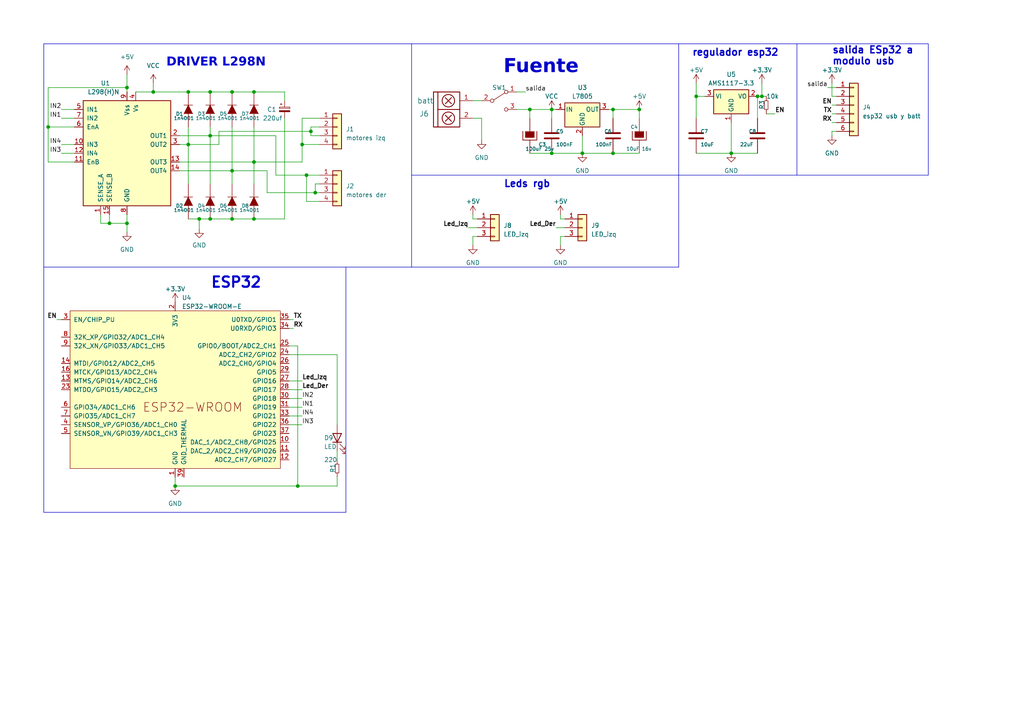
<source format=kicad_sch>
(kicad_sch (version 20230121) (generator eeschema)
  (paper "A4")
  (lib_symbols
    (symbol "+5V_1" (power) (pin_names (offset 0))
      (property "Value" "+5V_1" (at 0 3.556 0))
      (symbol "+5V_1_0_1"
        (polyline (pts (xy -0.762 1.27) (xy 0 2.54)))
        (polyline (pts (xy 0 0) (xy 0 2.54)))
        (polyline (pts (xy 0 2.54) (xy 0.762 1.27)))
      )
      (symbol "+5V_1_1_1"
        (pin power_in line (at 0 0 90) (length 0) hide (name "+5V") (number "1"))
      )
    )
    (symbol "+5V_2" (power) (pin_names (offset 0))
      (property "Value" "+5V_2" (at 0 3.556 0))
      (symbol "+5V_2_0_1"
        (polyline (pts (xy -0.762 1.27) (xy 0 2.54)))
        (polyline (pts (xy 0 0) (xy 0 2.54)))
        (polyline (pts (xy 0 2.54) (xy 0.762 1.27)))
      )
      (symbol "+5V_2_1_1"
        (pin power_in line (at 0 0 90) (length 0) hide (name "+5V") (number "1"))
      )
    )
    (symbol "Connector_Generic:Conn_01x03" (pin_names (offset 1.016) hide)
      (property "Reference" "J" (at 0 5.08 0))
      (property "Value" "Conn_01x03" (at 0 -5.08 0))
      (symbol "Conn_01x03_1_1"
        (rectangle (start -1.27 -2.413) (end 0 -2.667) (stroke (width 0.1524)))
        (rectangle (start -1.27 0.127) (end 0 -0.127) (stroke (width 0.1524)))
        (rectangle (start -1.27 2.667) (end 0 2.413) (stroke (width 0.1524)))
        (rectangle (start -1.27 3.81) (end 1.27 -3.81) (stroke (width 0.254)) (fill (type background)))
        (pin passive line (at -5.08 2.54 0) (length 3.81) (name "Pin_1") (number "1"))
        (pin passive line (at -5.08 0 0) (length 3.81) (name "Pin_2") (number "2"))
        (pin passive line (at -5.08 -2.54 0) (length 3.81) (name "Pin_3") (number "3"))
      )
    )
    (symbol "Connector_Generic:Conn_01x04" (pin_names (offset 1.016) hide)
      (property "Reference" "J" (at 0 5.08 0))
      (property "Value" "Conn_01x04" (at 0 -7.62 0))
      (symbol "Conn_01x04_1_1"
        (rectangle (start -1.27 -4.953) (end 0 -5.207) (stroke (width 0.1524)))
        (rectangle (start -1.27 -2.413) (end 0 -2.667) (stroke (width 0.1524)))
        (rectangle (start -1.27 0.127) (end 0 -0.127) (stroke (width 0.1524)))
        (rectangle (start -1.27 2.667) (end 0 2.413) (stroke (width 0.1524)))
        (rectangle (start -1.27 3.81) (end 1.27 -6.35) (stroke (width 0.254)) (fill (type background)))
        (pin passive line (at -5.08 2.54 0) (length 3.81) (name "Pin_1") (number "1"))
        (pin passive line (at -5.08 0 0) (length 3.81) (name "Pin_2") (number "2"))
        (pin passive line (at -5.08 -2.54 0) (length 3.81) (name "Pin_3") (number "3"))
        (pin passive line (at -5.08 -5.08 0) (length 3.81) (name "Pin_4") (number "4"))
      )
    )
    (symbol "Connector_Generic:Conn_01x06" (pin_names (offset 1.016) hide)
      (property "Reference" "J" (at 0 7.62 0))
      (property "Value" "Conn_01x06" (at 0 -10.16 0))
      (symbol "Conn_01x06_1_1"
        (rectangle (start -1.27 -7.493) (end 0 -7.747) (stroke (width 0.1524)))
        (rectangle (start -1.27 -4.953) (end 0 -5.207) (stroke (width 0.1524)))
        (rectangle (start -1.27 -2.413) (end 0 -2.667) (stroke (width 0.1524)))
        (rectangle (start -1.27 0.127) (end 0 -0.127) (stroke (width 0.1524)))
        (rectangle (start -1.27 2.667) (end 0 2.413) (stroke (width 0.1524)))
        (rectangle (start -1.27 5.207) (end 0 4.953) (stroke (width 0.1524)))
        (rectangle (start -1.27 6.35) (end 1.27 -8.89) (stroke (width 0.254)) (fill (type background)))
        (pin passive line (at -5.08 5.08 0) (length 3.81) (name "Pin_1") (number "1"))
        (pin passive line (at -5.08 2.54 0) (length 3.81) (name "Pin_2") (number "2"))
        (pin passive line (at -5.08 0 0) (length 3.81) (name "Pin_3") (number "3"))
        (pin passive line (at -5.08 -2.54 0) (length 3.81) (name "Pin_4") (number "4"))
        (pin passive line (at -5.08 -5.08 0) (length 3.81) (name "Pin_5") (number "5"))
        (pin passive line (at -5.08 -7.62 0) (length 3.81) (name "Pin_6") (number "6"))
      )
    )
    (symbol "Device:LED" (pin_numbers hide) (pin_names (offset 1.016) hide)
      (property "Reference" "D" (at 0 2.54 0))
      (property "Value" "LED" (at 0 -2.54 0))
      (symbol "LED_0_1"
        (polyline (pts (xy -1.27 -1.27) (xy -1.27 1.27)) (stroke (width 0.254)))
        (polyline (pts (xy -1.27 0) (xy 1.27 0)))
        (polyline (pts (xy 1.27 -1.27) (xy 1.27 1.27) (xy -1.27 0) (xy 1.27 -1.27)) (stroke (width 0.254)))
        (polyline (pts (xy -3.048 -0.762) (xy -4.572 -2.286) (xy -3.81 -2.286) (xy -4.572 -2.286) (xy -4.572 -1.524)))
        (polyline (pts (xy -1.778 -0.762) (xy -3.302 -2.286) (xy -2.54 -2.286) (xy -3.302 -2.286) (xy -3.302 -1.524)))
      )
      (symbol "LED_1_1"
        (pin passive line (at -3.81 0 0) (length 2.54) (name "K") (number "1"))
        (pin passive line (at 3.81 0 180) (length 2.54) (name "A") (number "2"))
      )
    )
    (symbol "EESTN5:C" (pin_numbers hide) (pin_names (offset 0.254))
      (property "Reference" "C" (at 0 2.54 0))
      (property "Value" "C" (at 0.1524 -2.159 0))
      (symbol "C_0_1"
        (polyline (pts (xy -2.032 -0.762) (xy 2.032 -0.762)) (stroke (width 0.508)))
        (polyline (pts (xy -2.032 0.762) (xy 2.032 0.762)) (stroke (width 0.508)))
      )
      (symbol "C_1_1"
        (pin passive line (at 0 5.08 270) (length 4.318) (name "~") (number "1"))
        (pin passive line (at 0 -5.08 90) (length 4.318) (name "~") (number "2"))
      )
    )
    (symbol "EESTN5:CAPAPOL" (pin_numbers hide) (pin_names (offset 0.254) hide)
      (property "Reference" "C" (at 1.27 2.54 0))
      (property "Value" "CAPAPOL" (at 1.27 -2.54 0))
      (symbol "CAPAPOL_0_1"
        (polyline (pts (xy -2.032 1.27) (xy -2.032 -1.27) (xy 2.032 -1.27) (xy 2.032 1.27)) (stroke (width 0.2032)))
        (polyline (pts (xy -1.27 1.27) (xy -1.27 -0.508) (xy 1.27 -0.508) (xy 1.27 1.27)) (fill (type outline)))
      )
      (symbol "CAPAPOL_1_1"
        (pin passive line (at 0 5.08 270) (length 3.81) (name "~") (number "1"))
        (pin passive line (at 0 -5.08 90) (length 3.81) (name "~") (number "2"))
      )
    )
    (symbol "EESTN5:DIODE" (pin_numbers hide) (pin_names (offset 1.016) hide)
      (property "Reference" "D" (at 0 2.54 0))
      (property "Value" "DIODE" (at 0 -2.54 0))
      (symbol "DIODE_0_1"
        (polyline (pts (xy 1.27 1.27) (xy 1.27 -1.27)) (stroke (width 0.1524)))
        (polyline (pts (xy -1.27 1.27) (xy 1.27 0) (xy -1.27 -1.27)) (fill (type outline)))
      )
      (symbol "DIODE_1_1"
        (pin passive line (at -5.08 0 0) (length 3.81) (name "A") (number "1"))
        (pin passive line (at 5.08 0 180) (length 3.81) (name "K") (number "2"))
      )
    )
    (symbol "EESTN5:L298(H)N" (pin_names (offset 1.016))
      (property "Reference" "U" (at -1.905 18.415 0))
      (property "Value" "L298(H)N" (at -1.905 16.51 0))
      (symbol "L298(H)N_0_1"
        (rectangle (start -12.7 15.24) (end 12.7 -15.24) (stroke (width 0.254)) (fill (type background)))
      )
      (symbol "L298(H)N_1_1"
        (pin power_in line (at -7.62 -17.78 90) (length 2.54) (name "SENSE_A") (number "1"))
        (pin input line (at -15.24 2.54 0) (length 2.54) (name "IN3") (number "10"))
        (pin input line (at -15.24 -2.54 0) (length 2.54) (name "EnB") (number "11"))
        (pin input line (at -15.24 0 0) (length 2.54) (name "IN4") (number "12"))
        (pin output line (at 15.24 -2.54 180) (length 2.54) (name "OUT3") (number "13"))
        (pin output line (at 15.24 -5.08 180) (length 2.54) (name "OUT4") (number "14"))
        (pin power_in line (at -5.08 -17.78 90) (length 2.54) (name "SENSE_B") (number "15"))
        (pin output line (at 15.24 5.08 180) (length 2.54) (name "OUT1") (number "2"))
        (pin output line (at 15.24 2.54 180) (length 2.54) (name "OUT2") (number "3"))
        (pin power_in line (at 2.54 17.78 270) (length 2.54) (name "Vs") (number "4"))
        (pin input line (at -15.24 12.7 0) (length 2.54) (name "IN1") (number "5"))
        (pin input line (at -15.24 7.62 0) (length 2.54) (name "EnA") (number "6"))
        (pin input line (at -15.24 10.16 0) (length 2.54) (name "IN2") (number "7"))
        (pin power_in line (at 0 -17.78 90) (length 2.54) (name "GND") (number "8"))
        (pin power_in line (at 0 17.78 270) (length 2.54) (name "Vss") (number "9"))
      )
    )
    (symbol "EESTN5:R" (pin_numbers hide) (pin_names (offset 0))
      (property "Reference" "R" (at -1.27 0 90))
      (property "Value" "R" (at 1.27 0 90))
      (symbol "R_0_1"
        (rectangle (start 0.508 1.27) (end -0.508 -1.27))
      )
      (symbol "R_1_1"
        (pin passive line (at 0 2.54 270) (length 1.27) (name "~") (number "1"))
        (pin passive line (at 0 -2.54 90) (length 1.27) (name "~") (number "2"))
      )
    )
    (symbol "EESTN5:SW_SPDT" (pin_names (offset 0) hide)
      (property "Reference" "SW" (at 0 4.318 0))
      (symbol "SW_SPDT_0_0"
        (circle (center -2.032 0) (radius 0.508))
        (circle (center 2.032 -2.54) (radius 0.508))
      )
      (symbol "SW_SPDT_0_1"
        (polyline (pts (xy -1.524 0.254) (xy 1.651 2.286)))
        (circle (center 2.032 2.54) (radius 0.508))
      )
      (symbol "SW_SPDT_1_1"
        (pin passive line (at 5.08 2.54 180) (length 2.54) (name "A") (number "1"))
        (pin passive line (at -5.08 0 0) (length 2.54) (name "B") (number "2"))
        (pin passive line (at 5.08 -2.54 180) (length 2.54) (name "C") (number "3"))
      )
    )
    (symbol "EESTN5:TB_1X2" (pin_names (offset 1.016))
      (property "Reference" "J" (at 0 7.62 0))
      (property "Value" "TB_1X2" (at 1.27 -7.62 0))
      (symbol "TB_1X2_0_1"
        (rectangle (start -2.54 5.08) (end 5.08 -5.08) (stroke (width 0.254)))
        (polyline (pts (xy -1.27 0) (xy 5.08 0)) (stroke (width 0.254)))
        (polyline (pts (xy -1.27 5.08) (xy -1.27 -5.08)) (stroke (width 0.254)))
        (polyline (pts (xy 0.889 -3.429) (xy 2.667 -1.651)) (stroke (width 0.254)))
        (polyline (pts (xy 0.889 -1.651) (xy 2.667 -3.429)) (stroke (width 0.254)))
        (polyline (pts (xy 0.889 1.651) (xy 2.667 3.429)) (stroke (width 0.254)))
        (polyline (pts (xy 0.889 3.429) (xy 2.667 1.651)) (stroke (width 0.254)))
        (circle (center 1.778 -2.54) (radius 1.8034) (stroke (width 0.254)))
        (circle (center 1.778 2.54) (radius 1.8034) (stroke (width 0.254)))
      )
      (symbol "TB_1X2_1_1"
        (pin input line (at 8.89 2.54 180) (length 3.81) (name "~") (number "1"))
        (pin input line (at 8.89 -2.54 180) (length 3.81) (name "~") (number "2"))
      )
    )
    (symbol "Espressif:ESP32-WROOM-E" (pin_names (offset 1.016))
      (property "Reference" "U" (at -30.48 27.94 0))
      (property "Value" "ESP32-WROOM-E" (at -30.48 25.4 0))
      (symbol "ESP32-WROOM-E_0_1"
        (rectangle (start -30.48 22.86) (end 30.48 -22.86) (fill (type background)))
      )
      (symbol "ESP32-WROOM-E_1_1"
        (text "ESP32-­WROOM­" (at 5.08 -5.08 0) (effects (font (size 2.54 2.54))))
        (pin power_in line (at 0 -25.4 90) (length 2.54) (name "GND") (number "1"))
        (pin bidirectional line (at 33.02 -15.24 180) (length 2.54) (name "DAC_1/ADC2_CH8/GPIO25") (number "10"))
        (pin bidirectional line (at 33.02 -17.78 180) (length 2.54) (name "DAC_2/ADC2_CH9/GPIO26") (number "11"))
        (pin bidirectional line (at 33.02 -20.32 180) (length 2.54) (name "ADC2_CH7/GPIO27") (number "12"))
        (pin bidirectional line (at -33.02 2.54 0) (length 2.54) (name "MTMS/GPIO14/ADC2_CH6") (number "13"))
        (pin bidirectional line (at -33.02 7.62 0) (length 2.54) (name "MTDI/GPIO12/ADC2_CH5") (number "14"))
        (pin passive line (at 0 -25.4 90) (length 2.54) hide (name "GND") (number "15"))
        (pin bidirectional line (at -33.02 5.08 0) (length 2.54) (name "MTCK/GPIO13/ADC2_CH4") (number "16"))
        (pin power_in line (at 0 25.4 270) (length 2.54) (name "3V3") (number "2"))
        (pin bidirectional line (at -33.02 0 0) (length 2.54) (name "MTDO/GPIO15/ADC2_CH3") (number "23"))
        (pin bidirectional line (at 33.02 10.16 180) (length 2.54) (name "ADC2_CH2/GPIO2") (number "24"))
        (pin bidirectional line (at 33.02 12.7 180) (length 2.54) (name "GPIO0/BOOT/ADC2_CH1") (number "25"))
        (pin bidirectional line (at 33.02 7.62 180) (length 2.54) (name "ADC2_CH0/GPIO4") (number "26"))
        (pin bidirectional line (at 33.02 2.54 180) (length 2.54) (name "GPIO16") (number "27"))
        (pin bidirectional line (at 33.02 0 180) (length 2.54) (name "GPIO17") (number "28"))
        (pin bidirectional line (at 33.02 5.08 180) (length 2.54) (name "GPIO5") (number "29"))
        (pin input line (at -33.02 20.32 0) (length 2.54) (name "EN/CHIP_PU") (number "3"))
        (pin bidirectional line (at 33.02 -2.54 180) (length 2.54) (name "GPIO18") (number "30"))
        (pin bidirectional line (at 33.02 -5.08 180) (length 2.54) (name "GPIO19") (number "31"))
        (pin bidirectional line (at 33.02 -7.62 180) (length 2.54) (name "GPIO21") (number "33"))
        (pin bidirectional line (at 33.02 17.78 180) (length 2.54) (name "U0RXD/GPIO3") (number "34"))
        (pin bidirectional line (at 33.02 20.32 180) (length 2.54) (name "U0TXD/GPIO1") (number "35"))
        (pin bidirectional line (at 33.02 -10.16 180) (length 2.54) (name "GPIO22") (number "36"))
        (pin bidirectional line (at 33.02 -12.7 180) (length 2.54) (name "GPIO23") (number "37"))
        (pin passive line (at 0 -25.4 90) (length 2.54) hide (name "GND") (number "38"))
        (pin power_in line (at 2.54 -25.4 90) (length 2.54) (name "GND_THERMAL") (number "39"))
        (pin input line (at -33.02 -10.16 0) (length 2.54) (name "SENSOR_VP/GPIO36/ADC1_CH0") (number "4"))
        (pin input line (at -33.02 -12.7 0) (length 2.54) (name "SENSOR_VN/GPIO39/ADC1_CH3") (number "5"))
        (pin input line (at -33.02 -5.08 0) (length 2.54) (name "GPIO34/ADC1_CH6") (number "6"))
        (pin input line (at -33.02 -7.62 0) (length 2.54) (name "GPIO35/ADC1_CH7") (number "7"))
        (pin bidirectional line (at -33.02 15.24 0) (length 2.54) (name "32K_XP/GPIO32/ADC1_CH4") (number "8"))
        (pin bidirectional line (at -33.02 12.7 0) (length 2.54) (name "32K_XN/GPIO33/ADC1_CH5") (number "9"))
      )
    )
    (symbol "GND_2" (power) (pin_names (offset 0))
      (property "Value" "GND_2" (at 0 -3.81 0))
      (symbol "GND_2_0_1"
        (polyline (pts (xy 0 0) (xy 0 -1.27) (xy 1.27 -1.27) (xy 0 -2.54) (xy -1.27 -1.27) (xy 0 -1.27)))
      )
      (symbol "GND_2_1_1"
        (pin power_in line (at 0 0 270) (length 0) hide (name "GND") (number "1"))
      )
    )
    (symbol "GND_3" (power) (pin_names (offset 0))
      (property "Value" "GND_3" (at 0 -3.81 0))
      (symbol "GND_3_0_1"
        (polyline (pts (xy 0 0) (xy 0 -1.27) (xy 1.27 -1.27) (xy 0 -2.54) (xy -1.27 -1.27) (xy 0 -1.27)))
      )
      (symbol "GND_3_1_1"
        (pin power_in line (at 0 0 270) (length 0) hide (name "GND") (number "1"))
      )
    )
    (symbol "GND_4" (power) (pin_names (offset 0))
      (property "Value" "GND_4" (at 0 -3.81 0))
      (symbol "GND_4_0_1"
        (polyline (pts (xy 0 0) (xy 0 -1.27) (xy 1.27 -1.27) (xy 0 -2.54) (xy -1.27 -1.27) (xy 0 -1.27)))
      )
      (symbol "GND_4_1_1"
        (pin power_in line (at 0 0 270) (length 0) hide (name "GND") (number "1"))
      )
    )
    (symbol "GND_5" (power) (pin_names (offset 0))
      (property "Value" "GND_5" (at 0 -3.81 0))
      (symbol "GND_5_0_1"
        (polyline (pts (xy 0 0) (xy 0 -1.27) (xy 1.27 -1.27) (xy 0 -2.54) (xy -1.27 -1.27) (xy 0 -1.27)))
      )
      (symbol "GND_5_1_1"
        (pin power_in line (at 0 0 270) (length 0) hide (name "GND") (number "1"))
      )
    )
    (symbol "GND_6" (power) (pin_names (offset 0))
      (property "Value" "GND_6" (at 0 -3.81 0))
      (symbol "GND_6_0_1"
        (polyline (pts (xy 0 0) (xy 0 -1.27) (xy 1.27 -1.27) (xy 0 -2.54) (xy -1.27 -1.27) (xy 0 -1.27)))
      )
      (symbol "GND_6_1_1"
        (pin power_in line (at 0 0 270) (length 0) hide (name "GND") (number "1"))
      )
    )
    (symbol "Regulator_Linear:AMS1117-3.3"
      (property "Reference" "U" (at -3.81 3.175 0))
      (property "Value" "AMS1117-3.3" (at 0 3.175 0))
      (symbol "AMS1117-3.3_0_1"
        (rectangle (start -5.08 -5.08) (end 5.08 1.905) (stroke (width 0.254)) (fill (type background)))
      )
      (symbol "AMS1117-3.3_1_1"
        (pin power_in line (at 0 -7.62 90) (length 2.54) (name "GND") (number "1"))
        (pin power_out line (at 7.62 0 180) (length 2.54) (name "VO") (number "2"))
        (pin power_in line (at -7.62 0 0) (length 2.54) (name "VI") (number "3"))
      )
    )
    (symbol "Regulator_Linear:L7805" (pin_names (offset 0.254))
      (property "Reference" "U" (at -3.81 3.175 0))
      (property "Value" "L7805" (at 0 3.175 0))
      (symbol "L7805_0_1"
        (rectangle (start -5.08 1.905) (end 5.08 -5.08) (stroke (width 0.254)) (fill (type background)))
      )
      (symbol "L7805_1_1"
        (pin power_in line (at -7.62 0 0) (length 2.54) (name "IN") (number "1"))
        (pin power_in line (at 0 -7.62 90) (length 2.54) (name "GND") (number "2"))
        (pin power_out line (at 7.62 0 180) (length 2.54) (name "OUT") (number "3"))
      )
    )
    (symbol "StepperDriver-rescue:CP_Small-Device" (pin_numbers hide) (pin_names (offset 0.254) hide)
      (property "Reference" "C" (at 0.254 1.778 0))
      (property "Value" "CP_Small-Device" (at 0.254 -2.032 0))
      (symbol "CP_Small-Device_0_1"
        (rectangle (start -1.524 -0.3048) (end 1.524 -0.6858) (fill (type outline)))
        (rectangle (start -1.524 0.6858) (end 1.524 0.3048))
        (polyline (pts (xy -1.27 1.524) (xy -0.762 1.524)))
        (polyline (pts (xy -1.016 1.27) (xy -1.016 1.778)))
      )
      (symbol "CP_Small-Device_1_1"
        (pin passive line (at 0 2.54 270) (length 1.8542) (name "~") (number "1"))
        (pin passive line (at 0 -2.54 90) (length 1.8542) (name "~") (number "2"))
      )
    )
    (symbol "VCC_1" (power) (pin_names (offset 0))
      (property "Value" "VCC_1" (at 0 3.81 0))
      (symbol "VCC_1_0_1"
        (polyline (pts (xy -0.762 1.27) (xy 0 2.54)))
        (polyline (pts (xy 0 0) (xy 0 2.54)))
        (polyline (pts (xy 0 2.54) (xy 0.762 1.27)))
      )
      (symbol "VCC_1_1_1"
        (pin power_in line (at 0 0 90) (length 0) hide (name "VCC") (number "1"))
      )
    )
    (symbol "power:+3.3V" (power) (pin_names (offset 0))
      (property "Value" "+3.3V" (at 0 3.556 0))
      (symbol "+3.3V_0_1"
        (polyline (pts (xy -0.762 1.27) (xy 0 2.54)))
        (polyline (pts (xy 0 0) (xy 0 2.54)))
        (polyline (pts (xy 0 2.54) (xy 0.762 1.27)))
      )
      (symbol "+3.3V_1_1"
        (pin power_in line (at 0 0 90) (length 0) hide (name "+3.3V") (number "1"))
      )
    )
    (symbol "power:+5V" (power) (pin_names (offset 0))
      (property "Value" "+5V" (at 0 3.556 0))
      (symbol "+5V_0_1"
        (polyline (pts (xy -0.762 1.27) (xy 0 2.54)))
        (polyline (pts (xy 0 0) (xy 0 2.54)))
        (polyline (pts (xy 0 2.54) (xy 0.762 1.27)))
      )
      (symbol "+5V_1_1"
        (pin power_in line (at 0 0 90) (length 0) hide (name "+5V") (number "1"))
      )
    )
    (symbol "power:GND" (power) (pin_names (offset 0))
      (property "Value" "GND" (at 0 -3.81 0))
      (symbol "GND_0_1"
        (polyline (pts (xy 0 0) (xy 0 -1.27) (xy 1.27 -1.27) (xy 0 -2.54) (xy -1.27 -1.27) (xy 0 -1.27)))
      )
      (symbol "GND_1_1"
        (pin power_in line (at 0 0 270) (length 0) hide (name "GND") (number "1"))
      )
    )
    (symbol "power:VCC" (power) (pin_names (offset 0))
      (property "Value" "VCC" (at 0 3.81 0))
      (symbol "VCC_0_1"
        (polyline (pts (xy -0.762 1.27) (xy 0 2.54)))
        (polyline (pts (xy 0 0) (xy 0 2.54)))
        (polyline (pts (xy 0 2.54) (xy 0.762 1.27)))
      )
      (symbol "VCC_1_1"
        (pin power_in line (at 0 0 90) (length 0) hide (name "VCC") (number "1"))
      )
    )
  )
  (junction (at 67.31 49.53))
  (junction (at 31.75 64.77))
  (junction (at 160.02 44.45))
  (junction (at 201.93 27.94))
  (junction (at 60.96 26.67))
  (junction (at 13.97 36.83))
  (junction (at 87.63 41.91))
  (junction (at 160.02 31.75))
  (junction (at 73.66 46.99))
  (junction (at 185.42 31.75))
  (junction (at 57.785 63.5))
  (junction (at 212.09 44.45))
  (junction (at 50.8 140.97))
  (junction (at 177.8 44.45))
  (junction (at 73.66 63.5))
  (junction (at 153.67 31.75))
  (junction (at 54.61 41.91))
  (junction (at 54.61 26.67))
  (junction (at 67.31 63.5))
  (junction (at 219.71 27.94))
  (junction (at 36.83 25.4))
  (junction (at 60.96 39.37))
  (junction (at 73.66 26.67))
  (junction (at 44.45 26.67))
  (junction (at 88.9 50.8))
  (junction (at 60.96 63.5))
  (junction (at 220.98 27.94))
  (junction (at 67.31 26.67))
  (junction (at 90.17 38.1))
  (junction (at 177.8 31.75))
  (junction (at 36.83 64.77))
  (junction (at 91.44 55.88))
  (junction (at 168.91 44.45))
  (junction (at 86.36 140.97))
  (wire (pts (xy 57.785 63.5) (xy 57.785 66.421)))
  (polyline (pts (xy 100.33 148.59) (xy 100.33 77.47)))
  (wire (pts (xy 73.66 36.83) (xy 73.66 46.99)))
  (wire (pts (xy 80.01 39.37) (xy 80.01 50.8)))
  (wire (pts (xy 97.79 140.97) (xy 86.36 140.97)))
  (wire (pts (xy 83.82 102.87) (xy 97.79 102.87)))
  (wire (pts (xy 137.16 62.23) (xy 137.16 63.5)))
  (wire (pts (xy 60.96 39.37) (xy 60.96 53.34)))
  (wire (pts (xy 17.78 31.75) (xy 21.59 31.75)))
  (polyline (pts (xy 12.7 77.47) (xy 12.7 148.59)))
  (wire (pts (xy 90.17 36.83) (xy 90.17 38.1)))
  (wire (pts (xy 52.07 46.99) (xy 73.66 46.99)))
  (wire (pts (xy 54.61 26.67) (xy 60.96 26.67)))
  (wire (pts (xy 17.78 34.29) (xy 21.59 34.29)))
  (wire (pts (xy 13.97 46.99) (xy 13.97 36.83)))
  (wire (pts (xy 13.97 25.4) (xy 36.83 25.4)))
  (wire (pts (xy 44.45 24.13) (xy 44.45 26.67)))
  (wire (pts (xy 44.45 26.67) (xy 54.61 26.67)))
  (wire (pts (xy 17.78 41.91) (xy 21.59 41.91)))
  (wire (pts (xy 97.79 130.81) (xy 97.79 133.35)))
  (wire (pts (xy 149.86 31.75) (xy 153.67 31.75)))
  (wire (pts (xy 63.5 41.91) (xy 54.61 41.91)))
  (wire (pts (xy 87.63 120.65) (xy 83.82 120.65)))
  (wire (pts (xy 87.63 113.03) (xy 83.82 113.03)))
  (wire (pts (xy 168.91 44.45) (xy 177.8 44.45)))
  (wire (pts (xy 137.16 29.21) (xy 139.7 29.21)))
  (wire (pts (xy 67.31 26.67) (xy 73.66 26.67)))
  (wire (pts (xy 168.91 39.37) (xy 168.91 44.45)))
  (wire (pts (xy 73.66 26.67) (xy 82.55 26.67)))
  (wire (pts (xy 85.09 95.25) (xy 83.82 95.25)))
  (wire (pts (xy 241.3 30.48) (xy 242.57 30.48)))
  (wire (pts (xy 91.44 55.88) (xy 92.71 55.88)))
  (wire (pts (xy 36.83 67.31) (xy 36.83 64.77)))
  (wire (pts (xy 60.96 26.67) (xy 67.31 26.67)))
  (wire (pts (xy 80.01 50.8) (xy 88.9 50.8)))
  (wire (pts (xy 161.29 66.04) (xy 163.83 66.04)))
  (wire (pts (xy 31.75 64.77) (xy 36.83 64.77)))
  (wire (pts (xy 82.55 34.29) (xy 82.55 63.5)))
  (wire (pts (xy 162.56 68.58) (xy 162.56 71.12)))
  (wire (pts (xy 153.67 34.29) (xy 153.67 31.75)))
  (wire (pts (xy 149.86 26.67) (xy 152.4 26.67)))
  (polyline (pts (xy 119.38 77.47) (xy 12.7 77.47)))
  (wire (pts (xy 201.93 44.45) (xy 212.09 44.45)))
  (wire (pts (xy 63.5 38.1) (xy 90.17 38.1)))
  (wire (pts (xy 52.07 41.91) (xy 54.61 41.91)))
  (wire (pts (xy 177.8 44.45) (xy 185.42 44.45)))
  (wire (pts (xy 241.3 24.13) (xy 241.3 27.94)))
  (polyline (pts (xy 231.14 50.8) (xy 231.14 12.7)))
  (wire (pts (xy 241.3 38.1) (xy 241.3 39.37)))
  (wire (pts (xy 87.63 118.11) (xy 83.82 118.11)))
  (wire (pts (xy 60.96 36.83) (xy 60.96 39.37)))
  (wire (pts (xy 201.93 24.13) (xy 201.93 27.94)))
  (wire (pts (xy 63.5 38.1) (xy 63.5 41.91)))
  (wire (pts (xy 13.97 46.99) (xy 21.59 46.99)))
  (wire (pts (xy 50.8 140.97) (xy 50.8 138.43)))
  (wire (pts (xy 73.66 46.99) (xy 73.66 53.34)))
  (wire (pts (xy 204.47 27.94) (xy 201.93 27.94)))
  (wire (pts (xy 242.57 38.1) (xy 241.3 38.1)))
  (wire (pts (xy 87.63 41.91) (xy 92.71 41.91)))
  (wire (pts (xy 39.37 26.67) (xy 44.45 26.67)))
  (wire (pts (xy 160.02 31.75) (xy 161.29 31.75)))
  (wire (pts (xy 177.8 34.29) (xy 177.8 31.75)))
  (wire (pts (xy 222.25 33.02) (xy 224.79 33.02)))
  (polyline (pts (xy 269.24 50.8) (xy 269.24 12.7)))
  (polyline (pts (xy 12.7 12.7) (xy 196.85 12.7)))
  (wire (pts (xy 83.82 100.33) (xy 86.36 100.33)))
  (wire (pts (xy 219.71 27.94) (xy 220.98 27.94)))
  (wire (pts (xy 163.83 63.5) (xy 162.56 63.5)))
  (wire (pts (xy 241.3 35.56) (xy 242.57 35.56)))
  (wire (pts (xy 139.7 34.29) (xy 139.7 40.64)))
  (wire (pts (xy 88.9 58.42) (xy 88.9 50.8)))
  (wire (pts (xy 52.07 49.53) (xy 67.31 49.53)))
  (wire (pts (xy 138.43 63.5) (xy 137.16 63.5)))
  (wire (pts (xy 87.63 46.99) (xy 87.63 41.91)))
  (wire (pts (xy 67.31 63.5) (xy 60.96 63.5)))
  (wire (pts (xy 138.43 68.58) (xy 137.16 68.58)))
  (wire (pts (xy 77.47 49.53) (xy 67.31 49.53)))
  (wire (pts (xy 160.02 34.29) (xy 160.02 31.75)))
  (polyline (pts (xy 119.38 12.7) (xy 119.38 77.47)))
  (wire (pts (xy 185.42 34.29) (xy 185.42 31.75)))
  (wire (pts (xy 29.21 62.23) (xy 29.21 64.77)))
  (wire (pts (xy 36.83 21.59) (xy 36.83 25.4)))
  (wire (pts (xy 241.3 33.02) (xy 242.57 33.02)))
  (polyline (pts (xy 12.7 12.7) (xy 12.7 77.47)))
  (wire (pts (xy 242.57 27.94) (xy 241.3 27.94)))
  (wire (pts (xy 97.79 138.43) (xy 97.79 140.97)))
  (wire (pts (xy 212.09 35.56) (xy 212.09 44.45)))
  (wire (pts (xy 135.89 66.04) (xy 138.43 66.04)))
  (wire (pts (xy 73.66 63.5) (xy 67.31 63.5)))
  (wire (pts (xy 54.61 41.91) (xy 54.61 53.34)))
  (wire (pts (xy 212.09 44.45) (xy 219.71 44.45)))
  (wire (pts (xy 87.63 123.19) (xy 83.82 123.19)))
  (wire (pts (xy 77.47 55.88) (xy 77.47 49.53)))
  (polyline (pts (xy 119.38 50.8) (xy 231.14 50.8)))
  (wire (pts (xy 82.55 63.5) (xy 73.66 63.5)))
  (wire (pts (xy 201.93 27.94) (xy 201.93 34.29)))
  (wire (pts (xy 219.71 27.94) (xy 219.71 34.29)))
  (wire (pts (xy 97.79 102.87) (xy 97.79 123.19)))
  (wire (pts (xy 85.09 92.71) (xy 83.82 92.71)))
  (wire (pts (xy 36.83 62.23) (xy 36.83 64.77)))
  (wire (pts (xy 67.31 49.53) (xy 67.31 53.34)))
  (wire (pts (xy 73.66 46.99) (xy 87.63 46.99)))
  (wire (pts (xy 86.36 140.97) (xy 50.8 140.97)))
  (polyline (pts (xy 119.38 77.47) (xy 196.85 77.47)))
  (wire (pts (xy 162.56 62.23) (xy 162.56 63.5)))
  (wire (pts (xy 52.07 39.37) (xy 60.96 39.37)))
  (wire (pts (xy 90.17 38.1) (xy 90.17 39.37)))
  (wire (pts (xy 88.9 50.8) (xy 92.71 50.8)))
  (wire (pts (xy 220.98 27.94) (xy 222.25 27.94)))
  (wire (pts (xy 87.63 41.91) (xy 87.63 34.29)))
  (wire (pts (xy 92.71 53.34) (xy 91.44 53.34)))
  (wire (pts (xy 220.98 24.13) (xy 220.98 27.94)))
  (wire (pts (xy 137.16 34.29) (xy 139.7 34.29)))
  (polyline (pts (xy 269.24 12.7) (xy 196.85 12.7)))
  (wire (pts (xy 87.63 34.29) (xy 92.71 34.29)))
  (wire (pts (xy 92.71 36.83) (xy 90.17 36.83)))
  (wire (pts (xy 31.75 62.23) (xy 31.75 64.77)))
  (polyline (pts (xy 12.7 148.59) (xy 100.33 148.59)))
  (wire (pts (xy 87.63 110.49) (xy 83.82 110.49)))
  (wire (pts (xy 60.96 39.37) (xy 80.01 39.37)))
  (wire (pts (xy 240.03 25.4) (xy 242.57 25.4)))
  (wire (pts (xy 13.97 36.83) (xy 13.97 25.4)))
  (wire (pts (xy 92.71 58.42) (xy 88.9 58.42)))
  (wire (pts (xy 54.61 36.83) (xy 54.61 41.91)))
  (wire (pts (xy 137.16 68.58) (xy 137.16 71.12)))
  (polyline (pts (xy 196.85 12.7) (xy 196.85 77.47)))
  (wire (pts (xy 13.97 36.83) (xy 21.59 36.83)))
  (wire (pts (xy 160.02 44.45) (xy 168.91 44.45)))
  (wire (pts (xy 17.78 44.45) (xy 21.59 44.45)))
  (wire (pts (xy 82.55 26.67) (xy 82.55 29.21)))
  (wire (pts (xy 77.47 55.88) (xy 91.44 55.88)))
  (wire (pts (xy 153.67 31.75) (xy 160.02 31.75)))
  (wire (pts (xy 90.17 39.37) (xy 92.71 39.37)))
  (wire (pts (xy 16.51 92.71) (xy 17.78 92.71)))
  (wire (pts (xy 153.67 44.45) (xy 160.02 44.45)))
  (wire (pts (xy 67.31 36.83) (xy 67.31 49.53)))
  (wire (pts (xy 185.42 31.75) (xy 177.8 31.75)))
  (wire (pts (xy 86.36 100.33) (xy 86.36 140.97)))
  (wire (pts (xy 60.96 63.5) (xy 57.785 63.5)))
  (wire (pts (xy 87.63 115.57) (xy 83.82 115.57)))
  (wire (pts (xy 163.83 68.58) (xy 162.56 68.58)))
  (wire (pts (xy 91.44 53.34) (xy 91.44 55.88)))
  (wire (pts (xy 57.785 63.5) (xy 54.61 63.5)))
  (wire (pts (xy 36.83 25.4) (xy 36.83 26.67)))
  (wire (pts (xy 177.8 31.75) (xy 176.53 31.75)))
  (polyline (pts (xy 231.14 50.8) (xy 269.24 50.8)))
  (wire (pts (xy 29.21 64.77) (xy 31.75 64.77)))
  (text "DRIVER L298N" (at 48.26 20.32 0) (effects (font (size 2.54 2.54) (thickness 0.508) bold) (justify left bottom)))
  (text "salida ESp32 a \nmodulo usb\n" (at 241.3 19.05 0) (effects (font (size 2 2) bold) (justify left bottom)))
  (text "Leds rgb" (at 146.05 54.61 0) (effects (font (size 2 2) bold) (justify left bottom)))
  (text "ESP32\n" (at 60.96 83.82 0) (effects (font (size 3 3) bold) (justify left bottom)))
  (text "Fuente\n" (at 146.05 22.86 0) (effects (font (size 4 4) (thickness 0.8) bold) (justify left bottom)))
  (text "regulador esp32" (at 200.66 16.51 0) (effects (font (size 2 2) bold) (justify left bottom)))
  (label "RX" (at 241.3 35.56 180) (effects (font bold)))
  (label "EN" (at 224.79 33.02 0) (effects (font bold)))
  (label "Led_Der" (at 161.29 66.04 180) (effects (font bold)))
  (label "salida" (at 152.4 26.67 0))
  (label "TX" (at 241.3 33.02 180) (effects (font bold)))
  (label "Led_Izq" (at 135.89 66.04 180) (effects (font bold)))
  (label "IN3" (at 17.78 44.45 180))
  (label "Led_Izq" (at 87.63 110.49 0) (effects (font bold)))
  (label "EN" (at 16.51 92.71 180) (effects (font bold)))
  (label "IN2" (at 87.63 115.57 0))
  (label "RX" (at 85.09 95.25 0) (effects (font bold)))
  (label "TX" (at 85.09 92.71 0) (effects (font bold)))
  (label "IN4" (at 87.63 120.65 0))
  (label "IN4" (at 17.78 41.91 180))
  (label "Led_Der" (at 87.63 113.03 0) (effects (font bold)))
  (label "IN1" (at 87.63 118.11 0))
  (label "EN" (at 241.3 30.48 180) (effects (font bold)))
  (label "IN3" (at 87.63 123.19 0))
  (label "IN1" (at 17.78 34.29 180))
  (label "IN2" (at 17.78 31.75 180))
  (label "salida" (at 240.03 25.4 180))
  (symbol (lib_id "power:+3.3V") (at 50.8 87.63 0) (unit 1)
    (property "Reference" "#PWR014" (effects hide))
    (property "Value" "+3.3V" (at 50.8 83.82 0))
  )
  (symbol (lib_id "power:GND") (at 57.785 66.421 0) (unit 1)
    (property "Reference" "#PWR04" (effects hide))
    (property "Value" "GND" (at 57.785 71.12 0))
  )
  (symbol (lib_name "GND_5") (lib_id "power:GND") (at 241.3 39.37 0) (unit 1)
    (property "Reference" "#PWR016" (effects hide))
    (property "Value" "GND" (at 241.3 44.45 0))
  )
  (symbol (lib_id "power:+3.3V") (at 241.3 24.13 0) (unit 1)
    (property "Reference" "#PWR015" (effects hide))
    (property "Value" "+3.3V" (at 241.3 20.32 0))
  )
  (symbol (lib_id "Connector_Generic:Conn_01x04") (at 97.79 53.34 0) (unit 1)
    (property "Reference" "J2" (at 100.33 53.975 0) (effects (justify left)))
    (property "Value" "motores der" (at 100.33 56.515 0) (effects (justify left)))
    (property "Footprint" "EESTN5:JST-4V" (effects hide))
  )
  (symbol (lib_id "EESTN5:R") (at 222.25 30.48 0) (unit 1)
    (property "Reference" "R3" (at 220.98 31.75 90) (effects (justify left)))
    (property "Value" "10k" (at 222.25 27.94 0) (effects (justify left)))
    (property "Footprint" "EESTN5:R_1206" (effects hide))
  )
  (symbol (lib_name "+5V_2") (lib_id "power:+5V") (at 162.56 62.23 0) (unit 1)
    (property "Reference" "#PWR019" (effects hide))
    (property "Value" "+5V" (at 162.56 58.42 0))
  )
  (symbol (lib_id "EESTN5:C") (at 177.8 39.37 0) (unit 1)
    (property "Reference" "C6" (at 175.26 38.1 0) (effects (font (size 1.016 1.016)) (justify left)))
    (property "Value" "100nF" (at 172.72 41.91 0) (effects (font (size 1.016 1.016)) (justify left)))
    (property "Footprint" "EESTN5:C_1206" (effects hide))
  )
  (symbol (lib_id "Regulator_Linear:AMS1117-3.3") (at 212.09 27.94 0) (unit 1)
    (property "Reference" "U5" (at 212.09 21.59 0))
    (property "Value" "AMS1117-3.3" (at 212.09 24.13 0))
    (property "Footprint" "Package_TO_SOT_SMD:SOT-223-3_TabPin2" (effects hide))
    (property "Datasheet" "http://www.advanced-monolithic.com/pdf/ds1117.pdf" (effects hide))
  )
  (symbol (lib_id "EESTN5:SW_SPDT") (at 144.78 29.21 0) (unit 1)
    (property "Reference" "SW1" (at 144.78 25.4 0))
    (property "Value" "SW_SPDT" (effects hide))
    (property "Footprint" "EESTN5:SW_SPDT_TH_Vertical" (effects hide))
  )
  (symbol (lib_name "+5V_2") (lib_id "power:+5V") (at 201.93 24.13 0) (unit 1)
    (property "Reference" "#PWR010" (effects hide))
    (property "Value" "+5V" (at 201.93 20.32 0))
  )
  (symbol (lib_id "EESTN5:CAPAPOL") (at 185.42 39.37 0) (unit 1)
    (property "Reference" "C4" (at 182.88 36.83 0) (effects (font (size 1.016 1.016)) (justify left)))
    (property "Value" "10uF 16v" (at 181.61 43.18 0) (effects (font (size 1.016 1.016)) (justify left)))
    (property "Footprint" "EESTN5:CAP_ELEC_5x11mm" (effects hide))
  )
  (symbol (lib_id "EESTN5:TB_1X2") (at 128.27 31.75 0) (unit 1)
    (property "Reference" "J6" (at 124.46 33.02 0) (effects (font (size 1.524 1.524)) (justify right)))
    (property "Value" "batt" (at 125.73 29.21 0) (effects (font (size 1.524 1.524)) (justify right)))
    (property "Footprint" "EESTN5:BORNERA2_AZUL" (effects hide))
  )
  (symbol (lib_id "EESTN5:DIODE") (at 54.61 58.42 90) (unit 1)
    (property "Reference" "D2" (at 52.07 59.69 90) (effects (font (size 1.016 1.016))))
    (property "Value" "1n4001" (at 53.34 60.96 90) (effects (font (size 1.016 1.016))))
    (property "Footprint" "EESTN5:sod123" (effects hide))
  )
  (symbol (lib_id "EESTN5:C") (at 201.93 39.37 0) (unit 1)
    (property "Reference" "C7" (at 203.2 38.1 0) (effects (font (size 1.016 1.016)) (justify left)))
    (property "Value" "10uF" (at 203.2 41.91 0) (effects (font (size 1.016 1.016)) (justify left)))
    (property "Footprint" "EESTN5:C_1206" (effects hide))
  )
  (symbol (lib_name "GND_6") (lib_id "power:GND") (at 137.16 71.12 0) (unit 1)
    (property "Reference" "#PWR018" (effects hide))
    (property "Value" "GND" (at 137.16 76.2 0))
  )
  (symbol (lib_id "EESTN5:DIODE") (at 60.96 58.42 90) (unit 1)
    (property "Reference" "D4" (at 58.42 59.69 90) (effects (font (size 1.016 1.016))))
    (property "Value" "1n4001" (at 59.69 60.96 90) (effects (font (size 1.016 1.016))))
    (property "Footprint" "EESTN5:sod123" (effects hide))
  )
  (symbol (lib_id "EESTN5:DIODE") (at 60.96 31.75 90) (unit 1)
    (property "Reference" "D3" (at 58.42 33.02 90) (effects (font (size 1.016 1.016))))
    (property "Value" "1n4001" (at 59.69 34.29 90) (effects (font (size 1.016 1.016))))
    (property "Footprint" "EESTN5:sod123" (effects hide))
  )
  (symbol (lib_id "StepperDriver-rescue:CP_Small-Device") (at 82.55 31.75 0) (unit 1)
    (property "Reference" "C1" (at 77.47 31.75 0) (effects (justify left)))
    (property "Value" "220uf" (at 76.2 34.29 0) (effects (justify left)))
    (property "Footprint" "EESTN5:CAP_ELEC_5x11mm" (effects hide))
  )
  (symbol (lib_id "EESTN5:DIODE") (at 67.31 31.75 90) (unit 1)
    (property "Reference" "D5" (at 64.77 33.02 90) (effects (font (size 1.016 1.016))))
    (property "Value" "1n4001" (at 66.04 34.29 90) (effects (font (size 1.016 1.016))))
    (property "Footprint" "EESTN5:sod123" (effects hide))
  )
  (symbol (lib_id "EESTN5:C") (at 219.71 39.37 0) (unit 1)
    (property "Reference" "C8" (at 217.17 38.1 0) (effects (font (size 1.016 1.016)) (justify left)))
    (property "Value" "22uF" (at 214.63 41.91 0) (effects (font (size 1.016 1.016)) (justify left)))
    (property "Footprint" "EESTN5:C_1206" (effects hide))
  )
  (symbol (lib_id "EESTN5:DIODE") (at 73.66 31.75 90) (unit 1)
    (property "Reference" "D7" (at 71.12 33.02 90) (effects (font (size 1.016 1.016))))
    (property "Value" "1n4001" (at 72.39 34.29 90) (effects (font (size 1.016 1.016))))
    (property "Footprint" "EESTN5:sod123" (effects hide))
  )
  (symbol (lib_id "EESTN5:DIODE") (at 67.31 58.42 90) (unit 1)
    (property "Reference" "D6" (at 64.77 59.69 90) (effects (font (size 1.016 1.016))))
    (property "Value" "1n4001" (at 66.04 60.96 90) (effects (font (size 1.016 1.016))))
    (property "Footprint" "EESTN5:sod123" (effects hide))
  )
  (symbol (lib_name "VCC_1") (lib_id "power:VCC") (at 160.02 31.75 0) (unit 1)
    (property "Reference" "#PWR09" (effects hide))
    (property "Value" "VCC" (at 160.02 27.94 0))
  )
  (symbol (lib_id "power:+5V") (at 36.83 21.59 0) (unit 1)
    (property "Reference" "#PWR01" (effects hide))
    (property "Value" "+5V" (at 36.83 16.51 0))
  )
  (symbol (lib_name "GND_2") (lib_id "power:GND") (at 168.91 44.45 0) (unit 1)
    (property "Reference" "#PWR07" (effects hide))
    (property "Value" "GND" (at 168.91 49.53 0))
  )
  (symbol (lib_id "EESTN5:C") (at 160.02 39.37 0) (unit 1)
    (property "Reference" "C5" (at 161.29 38.1 0) (effects (font (size 1.016 1.016)) (justify left)))
    (property "Value" "100nF" (at 161.29 41.91 0) (effects (font (size 1.016 1.016)) (justify left)))
    (property "Footprint" "EESTN5:C_1206" (effects hide))
  )
  (symbol (lib_id "Connector_Generic:Conn_01x03") (at 168.91 66.04 0) (unit 1)
    (property "Reference" "J9" (at 171.45 65.405 0) (effects (justify left)))
    (property "Value" "LED_izq" (at 171.45 67.945 0) (effects (justify left)))
    (property "Footprint" "EESTN5:Pin_Strip_3" (effects hide))
  )
  (symbol (lib_id "Regulator_Linear:L7805") (at 168.91 31.75 0) (unit 1)
    (property "Reference" "U3" (at 168.91 25.4 0))
    (property "Value" "L7805" (at 168.91 27.94 0))
    (property "Footprint" "EESTN5:TO-220" (effects hide))
    (property "Datasheet" "http://www.st.com/content/ccc/resource/technical/document/datasheet/41/4f/b3/b0/12/d4/47/88/CD00000444.pdf/files/CD00000444.pdf/jcr:content/translations/en.CD00000444.pdf" (effects hide))
  )
  (symbol (lib_name "GND_2") (lib_id "power:GND") (at 139.7 40.64 0) (unit 1)
    (property "Reference" "#PWR06" (effects hide))
    (property "Value" "GND" (at 139.7 45.72 0))
  )
  (symbol (lib_id "power:GND") (at 36.83 67.31 0) (unit 1)
    (property "Reference" "#PWR02" (effects hide))
    (property "Value" "GND" (at 36.83 72.39 0))
  )
  (symbol (lib_name "+5V_2") (lib_id "power:+5V") (at 137.16 62.23 0) (unit 1)
    (property "Reference" "#PWR017" (effects hide))
    (property "Value" "+5V" (at 137.16 58.42 0))
  )
  (symbol (lib_id "power:+3.3V") (at 220.98 24.13 0) (unit 1)
    (property "Reference" "#PWR011" (effects hide))
    (property "Value" "+3.3V" (at 220.98 20.32 0))
  )
  (symbol (lib_id "EESTN5:DIODE") (at 73.66 58.42 90) (unit 1)
    (property "Reference" "D8" (at 71.12 59.69 90) (effects (font (size 1.016 1.016))))
    (property "Value" "1n4001" (at 72.39 60.96 90) (effects (font (size 1.016 1.016))))
    (property "Footprint" "EESTN5:sod123" (effects hide))
  )
  (symbol (lib_name "GND_6") (lib_id "power:GND") (at 162.56 71.12 0) (unit 1)
    (property "Reference" "#PWR020" (effects hide))
    (property "Value" "GND" (at 162.56 76.2 0))
  )
  (symbol (lib_id "EESTN5:DIODE") (at 54.61 31.75 90) (unit 1)
    (property "Reference" "D1" (at 52.07 33.02 90) (effects (font (size 1.016 1.016))))
    (property "Value" "1n4001" (at 53.34 34.29 90) (effects (font (size 1.016 1.016))))
    (property "Footprint" "EESTN5:sod123" (effects hide))
  )
  (symbol (lib_id "Espressif:ESP32-WROOM-E") (at 50.8 113.03 0) (unit 1)
    (property "Reference" "U4" (at 52.7559 86.36 0) (effects (justify left)))
    (property "Value" "ESP32-WROOM-E" (at 52.7559 88.9 0) (effects (justify left)))
    (property "Footprint" "Espressif:ESP32-WROOM-32E" (effects hide))
    (property "Datasheet" "https://www.espressif.com/sites/default/files/documentation/esp32-wroom-32e_esp32-wroom-32ue_datasheet_en.pdf" (effects hide))
  )
  (symbol (lib_id "Connector_Generic:Conn_01x03") (at 143.51 66.04 0) (unit 1)
    (property "Reference" "J8" (at 146.05 65.405 0) (effects (justify left)))
    (property "Value" "LED_izq" (at 146.05 67.945 0) (effects (justify left)))
    (property "Footprint" "EESTN5:Pin_Strip_3" (effects hide))
  )
  (symbol (lib_id "Connector_Generic:Conn_01x04") (at 97.79 36.83 0) (unit 1)
    (property "Reference" "J1" (at 100.33 37.465 0) (effects (justify left)))
    (property "Value" "motores izq" (at 100.33 40.005 0) (effects (justify left)))
    (property "Footprint" "EESTN5:JST-4V" (effects hide))
  )
  (symbol (lib_id "EESTN5:CAPAPOL") (at 153.67 39.37 0) (unit 1)
    (property "Reference" "C3" (at 156.21 41.91 0) (effects (font (size 1.016 1.016)) (justify left)))
    (property "Value" "100uF 25v" (at 152.4 43.18 0) (effects (font (size 1.016 1.016)) (justify left)))
    (property "Footprint" "EESTN5:CAP_ELEC_5x11mm" (effects hide))
  )
  (symbol (lib_id "EESTN5:R") (at 97.79 135.89 0) (unit 1)
    (property "Reference" "R1" (at 96.52 137.16 90) (effects (justify left)))
    (property "Value" "220" (at 93.98 133.35 0) (effects (justify left)))
    (property "Footprint" "EESTN5:R_1206" (effects hide))
  )
  (symbol (lib_id "Device:LED") (at 97.79 127 90) (unit 1)
    (property "Reference" "D9" (at 93.98 127 90) (effects (justify right)))
    (property "Value" "LED" (at 93.98 129.54 90) (effects (justify right)))
    (property "Footprint" "EESTN5:LED_1206" (effects hide))
  )
  (symbol (lib_name "+5V_1") (lib_id "power:+5V") (at 185.42 31.75 0) (unit 1)
    (property "Reference" "#PWR08" (effects hide))
    (property "Value" "+5V" (at 185.42 27.94 0))
  )
  (symbol (lib_id "EESTN5:L298(H)N") (at 36.83 44.45 0) (unit 1)
    (property "Reference" "U1" (at 29.21 24.13 0) (effects (justify left)))
    (property "Value" "L298(H)N" (at 25.4 26.67 0) (effects (justify left)))
    (property "Footprint" "Package_TO_SOT_THT:TO-220-15_P2.54x2.54mm_StaggerEven_Lead4.58mm_Vertical" (effects hide))
    (property "Datasheet" "http://www.st.com/st-web-ui/static/active/en/resource/technical/document/datasheet/CD00000240.pdf" (effects hide))
  )
  (symbol (lib_name "GND_3") (lib_id "power:GND") (at 50.8 140.97 0) (unit 1)
    (property "Reference" "#PWR012" (effects hide))
    (property "Value" "GND" (at 50.8 146.05 0))
  )
  (symbol (lib_name "GND_4") (lib_id "power:GND") (at 212.09 44.45 0) (unit 1)
    (property "Reference" "#PWR013" (effects hide))
    (property "Value" "GND" (at 212.09 49.53 0))
  )
  (symbol (lib_id "power:VCC") (at 44.45 24.13 0) (unit 1)
    (property "Reference" "#PWR03" (effects hide))
    (property "Value" "VCC" (at 44.45 19.05 0))
  )
  (symbol (lib_id "Connector_Generic:Conn_01x06") (at 247.65 30.48 0) (unit 1)
    (property "Reference" "J4" (at 250.19 31.115 0) (effects (justify left)))
    (property "Value" "esp32 usb y batt" (at 250.19 33.655 0) (effects (justify left)))
    (property "Footprint" "EESTN5:Pin_Header_6" (effects hide))
  )
)
</source>
